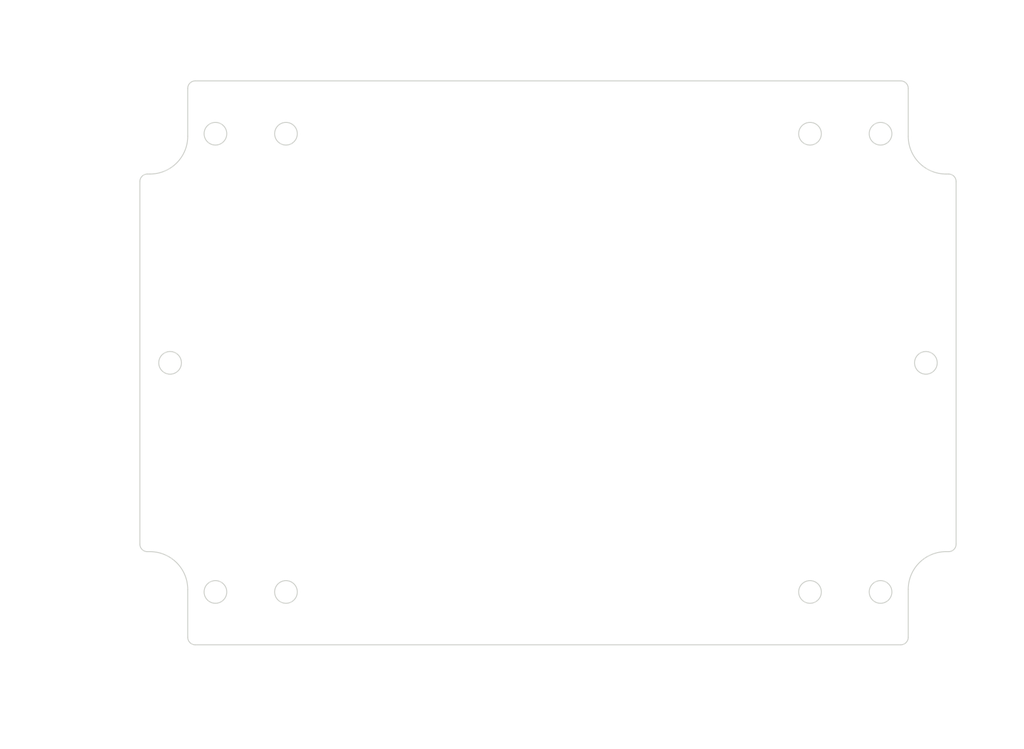
<source format=kicad_pcb>
(kicad_pcb (version 20171130) (host pcbnew "(5.1.0)-1")

  (general
    (thickness 1.6)
    (drawings 91)
    (tracks 0)
    (zones 0)
    (modules 0)
    (nets 1)
  )

  (page A4)
  (layers
    (0 F.Cu signal)
    (31 B.Cu signal)
    (32 B.Adhes user)
    (33 F.Adhes user)
    (34 B.Paste user)
    (35 F.Paste user)
    (36 B.SilkS user)
    (37 F.SilkS user)
    (38 B.Mask user)
    (39 F.Mask user)
    (40 Dwgs.User user)
    (41 Cmts.User user)
    (42 Eco1.User user)
    (43 Eco2.User user)
    (44 Edge.Cuts user)
    (45 Margin user)
    (46 B.CrtYd user)
    (47 F.CrtYd user)
    (48 B.Fab user)
    (49 F.Fab user)
  )

  (setup
    (last_trace_width 0.25)
    (trace_clearance 0.2)
    (zone_clearance 0.508)
    (zone_45_only no)
    (trace_min 0.2)
    (via_size 0.8)
    (via_drill 0.4)
    (via_min_size 0.4)
    (via_min_drill 0.3)
    (uvia_size 0.3)
    (uvia_drill 0.1)
    (uvias_allowed no)
    (uvia_min_size 0.2)
    (uvia_min_drill 0.1)
    (edge_width 0.05)
    (segment_width 0.2)
    (pcb_text_width 0.3)
    (pcb_text_size 1.5 1.5)
    (mod_edge_width 0.12)
    (mod_text_size 1 1)
    (mod_text_width 0.15)
    (pad_size 1.524 1.524)
    (pad_drill 0.762)
    (pad_to_mask_clearance 0.051)
    (solder_mask_min_width 0.25)
    (aux_axis_origin 0 0)
    (visible_elements FFFFFF7F)
    (pcbplotparams
      (layerselection 0x010fc_ffffffff)
      (usegerberextensions false)
      (usegerberattributes false)
      (usegerberadvancedattributes false)
      (creategerberjobfile false)
      (excludeedgelayer true)
      (linewidth 0.152400)
      (plotframeref false)
      (viasonmask false)
      (mode 1)
      (useauxorigin false)
      (hpglpennumber 1)
      (hpglpenspeed 20)
      (hpglpendiameter 15.000000)
      (psnegative false)
      (psa4output false)
      (plotreference true)
      (plotvalue true)
      (plotinvisibletext false)
      (padsonsilk false)
      (subtractmaskfromsilk false)
      (outputformat 1)
      (mirror false)
      (drillshape 1)
      (scaleselection 1)
      (outputdirectory ""))
  )

  (net 0 "")

  (net_class Default "This is the default net class."
    (clearance 0.2)
    (trace_width 0.25)
    (via_dia 0.8)
    (via_drill 0.4)
    (uvia_dia 0.3)
    (uvia_drill 0.1)
  )

  (gr_line (start 72.713887 124.480888) (end 72.213887 124.480888) (layer Edge.Cuts) (width 0.2))
  (gr_arc (start 72.213887 122.984555) (end 70.717553 122.984555) (angle -90) (layer Edge.Cuts) (width 0.2))
  (gr_line (start 70.717553 122.984555) (end 70.717553 50.984555) (layer Edge.Cuts) (width 0.2))
  (gr_arc (start 72.213887 50.984555) (end 72.213887 49.488221) (angle -90) (layer Edge.Cuts) (width 0.2))
  (gr_line (start 72.213887 49.488221) (end 72.713887 49.488221) (layer Edge.Cuts) (width 0.2))
  (gr_arc (start 72.713887 41.984555) (end 72.713887 49.488221) (angle -90) (layer Edge.Cuts) (width 0.2))
  (gr_line (start 80.217553 41.984555) (end 80.217553 32.484555) (layer Edge.Cuts) (width 0.2))
  (gr_arc (start 81.713887 32.484555) (end 81.713887 30.988221) (angle -90) (layer Edge.Cuts) (width 0.2))
  (gr_line (start 81.713887 30.988221) (end 221.713887 30.988221) (layer Edge.Cuts) (width 0.2))
  (gr_arc (start 221.713887 32.484555) (end 223.21022 32.484555) (angle -90) (layer Edge.Cuts) (width 0.2))
  (gr_line (start 223.21022 32.484555) (end 223.21022 41.984555) (layer Edge.Cuts) (width 0.2))
  (gr_arc (start 230.713887 41.984555) (end 223.21022 41.984555) (angle -90) (layer Edge.Cuts) (width 0.2))
  (gr_line (start 230.713887 49.488221) (end 231.213887 49.488221) (layer Edge.Cuts) (width 0.2))
  (gr_arc (start 231.213887 50.984555) (end 232.71022 50.984555) (angle -90) (layer Edge.Cuts) (width 0.2))
  (gr_line (start 232.71022 50.984555) (end 232.71022 122.984555) (layer Edge.Cuts) (width 0.2))
  (gr_arc (start 231.213887 122.984555) (end 231.213887 124.480888) (angle -90) (layer Edge.Cuts) (width 0.2))
  (gr_line (start 231.213887 124.480888) (end 230.713887 124.480888) (layer Edge.Cuts) (width 0.2))
  (gr_arc (start 230.713887 131.984555) (end 230.713887 124.480888) (angle -90) (layer Edge.Cuts) (width 0.2))
  (gr_line (start 223.21022 131.984555) (end 223.21022 141.484555) (layer Edge.Cuts) (width 0.2))
  (gr_arc (start 221.713887 141.484555) (end 221.713887 142.980888) (angle -90) (layer Edge.Cuts) (width 0.2))
  (gr_line (start 221.713887 142.980888) (end 81.713887 142.980888) (layer Edge.Cuts) (width 0.2))
  (gr_arc (start 81.713887 141.484555) (end 80.217553 141.484555) (angle -90) (layer Edge.Cuts) (width 0.2))
  (gr_line (start 80.217553 141.484555) (end 80.217553 131.984555) (layer Edge.Cuts) (width 0.2))
  (gr_arc (start 72.713887 131.984555) (end 80.217553 131.984555) (angle -90) (layer Edge.Cuts) (width 0.2))
  (gr_circle (center 99.713887 41.484555) (end 101.963887 41.484555) (layer Edge.Cuts) (width 0.2))
  (gr_circle (center 76.713887 86.984555) (end 78.963887 86.984555) (layer Edge.Cuts) (width 0.2))
  (gr_circle (center 85.713887 132.484555) (end 87.963887 132.484555) (layer Edge.Cuts) (width 0.2))
  (gr_circle (center 99.713887 132.484555) (end 101.963887 132.484555) (layer Edge.Cuts) (width 0.2))
  (gr_circle (center 203.713887 132.484555) (end 205.963887 132.484555) (layer Edge.Cuts) (width 0.2))
  (gr_circle (center 217.713887 132.484555) (end 219.963887 132.484555) (layer Edge.Cuts) (width 0.2))
  (gr_circle (center 226.713887 86.984555) (end 228.963887 86.984555) (layer Edge.Cuts) (width 0.2))
  (gr_circle (center 203.713887 41.484555) (end 205.963887 41.484555) (layer Edge.Cuts) (width 0.2))
  (gr_circle (center 217.713887 41.484555) (end 219.963887 41.484555) (layer Edge.Cuts) (width 0.2))
  (gr_circle (center 85.713887 41.484555) (end 87.963887 41.484555) (layer Edge.Cuts) (width 0.2))
  (gr_text [R0.30] (at 240.460616 138.4861) (layer Dwgs.User)
    (effects (font (size 1.7 1.53) (thickness 0.2125)))
  )
  (gr_text " R7.50" (at 240.460616 134.928664) (layer Dwgs.User)
    (effects (font (size 1.7 1.53) (thickness 0.2125)))
  )
  (gr_line (start 233.989846 136.596639) (end 227.526801 127.497592) (layer Dwgs.User) (width 0.2))
  (gr_line (start 235.989846 136.596639) (end 233.989846 136.596639) (layer Dwgs.User) (width 0.2))
  (gr_line (start 217.713887 132.574555) (end 217.713887 132.394555) (layer Dwgs.User) (width 0.2))
  (gr_line (start 217.623887 132.484555) (end 217.803887 132.484555) (layer Dwgs.User) (width 0.2))
  (gr_text " ∅4.50\n[∅0.18]" (at 235.007938 143.834074) (layer Dwgs.User)
    (effects (font (size 1.7 1.53) (thickness 0.2125)))
  )
  (gr_line (start 228.471069 143.834074) (end 220.637518 135.569174) (layer Dwgs.User) (width 0.2))
  (gr_line (start 230.471069 143.834074) (end 228.471069 143.834074) (layer Dwgs.User) (width 0.2))
  (gr_text [3.58] (at 242.172954 88.874016) (layer Dwgs.User)
    (effects (font (size 1.7 1.53) (thickness 0.2125)))
  )
  (gr_text " 91.00" (at 242.172954 85.316581) (layer Dwgs.User)
    (effects (font (size 1.7 1.53) (thickness 0.2125)))
  )
  (gr_line (start 242.172954 130.484555) (end 242.172954 90.54199) (layer Dwgs.User) (width 0.2))
  (gr_line (start 242.172954 43.484555) (end 242.172954 83.427119) (layer Dwgs.User) (width 0.2))
  (gr_line (start 218.713887 132.484555) (end 245.347954 132.484555) (layer Dwgs.User) (width 0.2))
  (gr_line (start 218.713887 41.484555) (end 245.347954 41.484555) (layer Dwgs.User) (width 0.2))
  (gr_text [4.09] (at 151.713887 151.577766) (layer Dwgs.User)
    (effects (font (size 1.7 1.53) (thickness 0.2125)))
  )
  (gr_text " 104.00" (at 151.713887 148.020331) (layer Dwgs.User)
    (effects (font (size 1.7 1.53) (thickness 0.2125)))
  )
  (gr_line (start 201.713887 149.688305) (end 156.4189 149.688305) (layer Dwgs.User) (width 0.2))
  (gr_line (start 101.713887 149.688305) (end 147.008873 149.688305) (layer Dwgs.User) (width 0.2))
  (gr_line (start 203.713887 133.484555) (end 203.713887 152.863305) (layer Dwgs.User) (width 0.2))
  (gr_line (start 99.713887 133.484555) (end 99.713887 152.863305) (layer Dwgs.User) (width 0.2))
  (gr_text [5.20] (at 141.674545 156.962352) (layer Dwgs.User)
    (effects (font (size 1.7 1.53) (thickness 0.2125)))
  )
  (gr_text " 132.00" (at 141.674545 153.404337) (layer Dwgs.User)
    (effects (font (size 1.7 1.53) (thickness 0.2125)))
  )
  (gr_line (start 87.713887 155.072891) (end 136.969532 155.072891) (layer Dwgs.User) (width 0.2))
  (gr_line (start 215.713887 155.072891) (end 146.379559 155.072891) (layer Dwgs.User) (width 0.2))
  (gr_line (start 85.713887 133.484555) (end 85.713887 158.247891) (layer Dwgs.User) (width 0.2))
  (gr_line (start 217.713887 133.484555) (end 217.713887 158.247891) (layer Dwgs.User) (width 0.2))
  (gr_text [5.91] (at 153.414903 162.325231) (layer Dwgs.User)
    (effects (font (size 1.7 1.53) (thickness 0.2125)))
  )
  (gr_text " 150.00" (at 153.414903 158.767795) (layer Dwgs.User)
    (effects (font (size 1.7 1.53) (thickness 0.2125)))
  )
  (gr_line (start 224.713887 160.435769) (end 158.119916 160.435769) (layer Dwgs.User) (width 0.2))
  (gr_line (start 78.713887 160.435769) (end 148.709889 160.435769) (layer Dwgs.User) (width 0.2))
  (gr_line (start 226.713887 87.984555) (end 226.713887 163.610769) (layer Dwgs.User) (width 0.2))
  (gr_line (start 76.713887 87.984555) (end 76.713887 163.610769) (layer Dwgs.User) (width 0.2))
  (gr_text [2.95] (at 62.213887 88.874016) (layer Dwgs.User)
    (effects (font (size 1.7 1.53) (thickness 0.2125)))
  )
  (gr_text " 74.99" (at 62.213887 85.316581) (layer Dwgs.User)
    (effects (font (size 1.7 1.53) (thickness 0.2125)))
  )
  (gr_line (start 62.213887 51.488221) (end 62.213887 83.427119) (layer Dwgs.User) (width 0.2))
  (gr_line (start 62.213887 122.480888) (end 62.213887 90.54199) (layer Dwgs.User) (width 0.2))
  (gr_line (start 71.213887 49.488221) (end 59.038887 49.488221) (layer Dwgs.User) (width 0.2))
  (gr_line (start 71.213887 124.480888) (end 59.038887 124.480888) (layer Dwgs.User) (width 0.2))
  (gr_text [4.41] (at 47.713887 88.874016) (layer Dwgs.User)
    (effects (font (size 1.7 1.53) (thickness 0.2125)))
  )
  (gr_text " 111.99" (at 47.713887 85.316581) (layer Dwgs.User)
    (effects (font (size 1.7 1.53) (thickness 0.2125)))
  )
  (gr_line (start 47.713887 140.980888) (end 47.713887 90.54199) (layer Dwgs.User) (width 0.2))
  (gr_line (start 47.713887 32.988221) (end 47.713887 83.427119) (layer Dwgs.User) (width 0.2))
  (gr_line (start 80.713887 142.980888) (end 44.538887 142.980888) (layer Dwgs.User) (width 0.2))
  (gr_line (start 80.713887 30.988221) (end 44.538887 30.988221) (layer Dwgs.User) (width 0.2))
  (gr_text [5.63] (at 155.753613 26.272308) (layer Dwgs.User)
    (effects (font (size 1.7 1.53) (thickness 0.2125)))
  )
  (gr_text " 142.99" (at 155.753613 22.714873) (layer Dwgs.User)
    (effects (font (size 1.7 1.53) (thickness 0.2125)))
  )
  (gr_line (start 82.217553 24.382847) (end 151.04396 24.382847) (layer Dwgs.User) (width 0.2))
  (gr_line (start 221.21022 24.382847) (end 160.463265 24.382847) (layer Dwgs.User) (width 0.2))
  (gr_line (start 80.217553 31.484555) (end 80.217553 21.207847) (layer Dwgs.User) (width 0.2))
  (gr_line (start 223.21022 31.484555) (end 223.21022 21.207847) (layer Dwgs.User) (width 0.2))
  (gr_text [6.38] (at 147.373265 20.090085) (layer Dwgs.User)
    (effects (font (size 1.7 1.53) (thickness 0.2125)))
  )
  (gr_text " 161.99" (at 147.373265 16.532649) (layer Dwgs.User)
    (effects (font (size 1.7 1.53) (thickness 0.2125)))
  )
  (gr_line (start 230.71022 18.200623) (end 152.082917 18.200623) (layer Dwgs.User) (width 0.2))
  (gr_line (start 72.717553 18.200623) (end 142.663613 18.200623) (layer Dwgs.User) (width 0.2))
  (gr_line (start 232.71022 49.984555) (end 232.71022 15.025623) (layer Dwgs.User) (width 0.2))
  (gr_line (start 70.717553 49.984555) (end 70.717553 15.025623) (layer Dwgs.User) (width 0.2))

)

</source>
